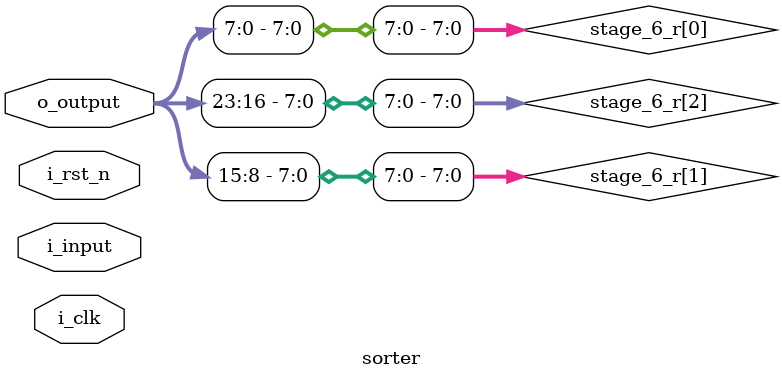
<source format=v>
module sorter #(
    parameter DATA_W = 82
) (
    input i_clk,
    input i_rst_n,
    input [DATA_W*8-1:0] i_input,
    input [DATA_W*8-1:0] o_output
);

    reg [DATA_W*8-1:0] o_output_r, o_output_w;

    wire [DATA_W-1:0] i_input_ [0:7]; // 8個長度度為DATA_W的wire，整體視作一個array，i_input_[0]代表第1個8bit的wire
    integer i;

    reg [DATA_W-1:0] stage_1_r [0:7];
    reg [DATA_W-1:0] stage_1_w [0:7];
    reg [DATA_W-1:0] stage_2_r [0:7];
    reg [DATA_W-1:0] stage_2_w [0:7];
    reg [DATA_W-1:0] stage_3_r [0:7];
    reg [DATA_W-1:0] stage_3_w [0:7];
    reg [DATA_W-1:0] stage_4_r [0:7];
    reg [DATA_W-1:0] stage_4_w [0:7];
    reg [DATA_W-1:0] stage_5_r [0:7];
    reg [DATA_W-1:0] stage_5_w [0:7];
    reg [DATA_W-1:0] stage_6_r [0:7];
    reg [DATA_W-1:0] stage_6_w [0:7];


    //assign o_output = o_output_r;

    // combinational part

    // stage1
    always @(*) begin
        stage_1_w[0] = (i_input_[0] < i_input_[1]) ? i_input_[0] : i_input_[1];
        stage_1_w[1] = (i_input_[0] > i_input_[1]) ? i_input_[0] : i_input_[1];

        stage_1_w[2] = (i_input_[2] < i_input_[3]) ? i_input_[3] : i_input_[2];
        stage_1_w[3] = (i_input_[2] > i_input_[3]) ? i_input_[3] : i_input_[2];

        stage_1_w[4] = (i_input_[4] < i_input_[5]) ? i_input_[4] : i_input_[5];
        stage_1_w[5] = (i_input_[4] > i_input_[5]) ? i_input_[4] : i_input_[5];

        stage_1_w[6] = (i_input_[6] < i_input_[7]) ? i_input_[7] : i_input_[6];
        stage_1_w[7] = (i_input_[6] > i_input_[7]) ? i_input_[7] : i_input_[6];
        // if (i_input_[0] > i_input_[1]) begin
        //     stage_1_w[1] = i_input_[0];
        //     stage_1_w[0] = i_input_[1];
        // end else begin
        //     stage_1_w[1] = i_input_[1];
        //     stage_1_w[0] = i_input_[0];
        // end
    end

    // stage2
    always @(*) begin
        stage_1_w[0] = (stage_1_r[0] < stage_1_r[2]) ? stage_1_r[0] : stage_1_r[2];
        stage_1_w[0] = (stage_1_r[0] > stage_1_r[2]) ? stage_1_r[0] : stage_1_r[2];
        // ...
    end

    // ...

    //
    assign o_output[7:0] = stage_6_r[0];
    assign o_output[15:8] = stage_6_r[1];
    assign o_output[23:16] = stage_6_r[2];
    // ...
    

    // sequential part
    always @(posedge i_clk or negedge i_rst_n) begin
        if (~i_rst_n) begin
            o_output_r <= 0;
            for (i = 0; i < 8; i=i+1) begin
                stage_1_r[i] <= 0;
                stage_2_r[i] <= 0;
                stage_3_r[i] <= 0;
                stage_4_r[i] <= 0;
                stage_5_r[i] <= 0;
                stage_6_r[i] <= 0;
            end
        end else begin
            for (i = 0; i < 8; i=i+1) begin
                stage_1_r[i] <= stage_1_w[i];
                stage_2_r[i] <= stage_2_w[i];
                stage_3_r[i] <= stage_3_w[i];
                stage_4_r[i] <= stage_4_w[i];
                stage_5_r[i] <= stage_5_w[i];
                stage_6_r[i] <= stage_6_w[i];
            end
            //o_output_r <= o_output_w;
        end
    end

endmodule
</source>
